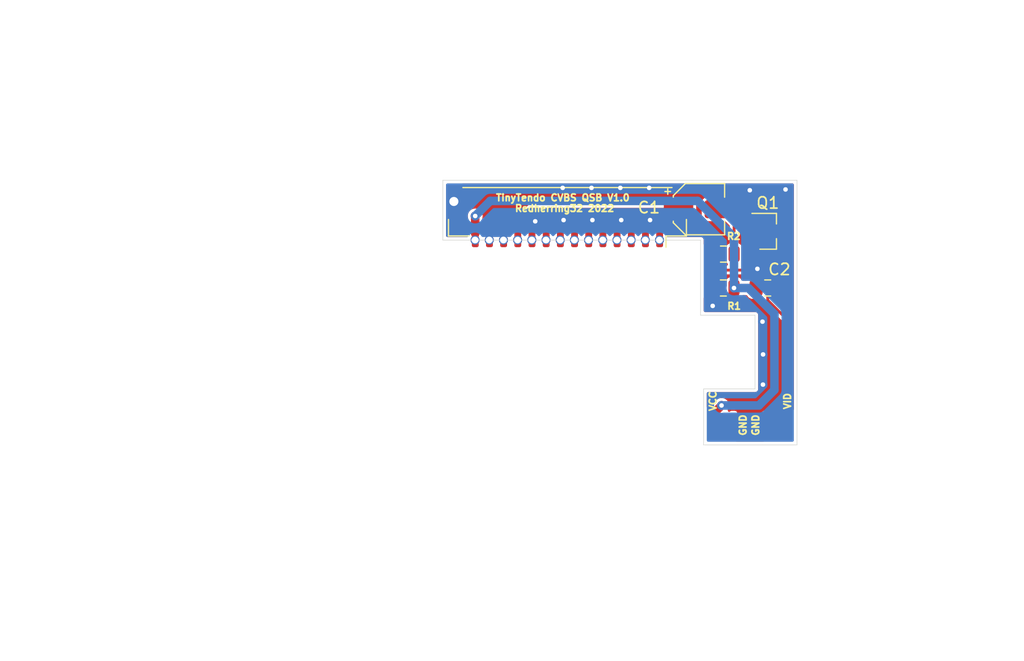
<source format=kicad_pcb>
(kicad_pcb (version 20171130) (host pcbnew "(5.1.10)-1")

  (general
    (thickness 0.6)
    (drawings 19)
    (tracks 74)
    (zones 0)
    (modules 10)
    (nets 17)
  )

  (page A4)
  (layers
    (0 F.Cu signal)
    (31 B.Cu signal)
    (32 B.Adhes user)
    (33 F.Adhes user)
    (34 B.Paste user)
    (35 F.Paste user)
    (36 B.SilkS user)
    (37 F.SilkS user)
    (38 B.Mask user)
    (39 F.Mask user)
    (40 Dwgs.User user)
    (41 Cmts.User user)
    (42 Eco1.User user)
    (43 Eco2.User user)
    (44 Edge.Cuts user)
    (45 Margin user)
    (46 B.CrtYd user)
    (47 F.CrtYd user)
    (48 B.Fab user)
    (49 F.Fab user hide)
  )

  (setup
    (last_trace_width 0.25)
    (user_trace_width 0.75)
    (trace_clearance 0.2)
    (zone_clearance 0.254)
    (zone_45_only no)
    (trace_min 0.2)
    (via_size 0.8)
    (via_drill 0.4)
    (via_min_size 0.4)
    (via_min_drill 0.3)
    (uvia_size 0.3)
    (uvia_drill 0.1)
    (uvias_allowed no)
    (uvia_min_size 0.2)
    (uvia_min_drill 0.1)
    (edge_width 0.05)
    (segment_width 0.2)
    (pcb_text_width 0.3)
    (pcb_text_size 1.5 1.5)
    (mod_edge_width 0.12)
    (mod_text_size 1 1)
    (mod_text_width 0.15)
    (pad_size 1 2.7)
    (pad_drill 0)
    (pad_to_mask_clearance 0)
    (aux_axis_origin 0 0)
    (visible_elements 7FFFFFFF)
    (pcbplotparams
      (layerselection 0x010fc_ffffffff)
      (usegerberextensions false)
      (usegerberattributes false)
      (usegerberadvancedattributes false)
      (creategerberjobfile false)
      (excludeedgelayer true)
      (linewidth 0.100000)
      (plotframeref false)
      (viasonmask false)
      (mode 1)
      (useauxorigin false)
      (hpglpennumber 1)
      (hpglpenspeed 20)
      (hpglpendiameter 15.000000)
      (psnegative false)
      (psa4output false)
      (plotreference true)
      (plotvalue true)
      (plotinvisibletext false)
      (padsonsilk false)
      (subtractmaskfromsilk false)
      (outputformat 1)
      (mirror false)
      (drillshape 0)
      (scaleselection 1)
      (outputdirectory "C:/Users/Redherring32/Documents/TinyTendo.git/trunk/Extract for gerbers/Composite Amp/"))
  )

  (net 0 "")
  (net 1 /GND)
  (net 2 /5V)
  (net 3 /VIDEO-IN)
  (net 4 "Net-(J1-Pad10)")
  (net 5 "Net-(J1-Pad9)")
  (net 6 "Net-(J1-Pad8)")
  (net 7 "Net-(J1-Pad7)")
  (net 8 "Net-(J1-Pad6)")
  (net 9 "Net-(J1-Pad5)")
  (net 10 /VIDEO-OUT)
  (net 11 "Net-(J1-Pad4)")
  (net 12 "Net-(J1-Pad3)")
  (net 13 "Net-(J1-Pad2)")
  (net 14 "Net-(J1-Pad1)")
  (net 15 "Net-(Q1-Pad2)")
  (net 16 "Net-(C1-Pad2)")

  (net_class Default "This is the default net class."
    (clearance 0.2)
    (trace_width 0.25)
    (via_dia 0.8)
    (via_drill 0.4)
    (uvia_dia 0.3)
    (uvia_drill 0.1)
    (add_net /5V)
    (add_net /GND)
    (add_net /VIDEO-IN)
    (add_net /VIDEO-OUT)
    (add_net "Net-(C1-Pad2)")
    (add_net "Net-(J1-Pad1)")
    (add_net "Net-(J1-Pad10)")
    (add_net "Net-(J1-Pad2)")
    (add_net "Net-(J1-Pad3)")
    (add_net "Net-(J1-Pad4)")
    (add_net "Net-(J1-Pad5)")
    (add_net "Net-(J1-Pad6)")
    (add_net "Net-(J1-Pad7)")
    (add_net "Net-(J1-Pad8)")
    (add_net "Net-(J1-Pad9)")
    (add_net "Net-(Q1-Pad2)")
  )

  (module Capacitor_SMD:C_0805_2012Metric_Pad1.15x1.40mm_HandSolder (layer F.Cu) (tedit 5B36C52B) (tstamp 6292DF49)
    (at 85.25 72.73)
    (descr "Capacitor SMD 0805 (2012 Metric), square (rectangular) end terminal, IPC_7351 nominal with elongated pad for handsoldering. (Body size source: https://docs.google.com/spreadsheets/d/1BsfQQcO9C6DZCsRaXUlFlo91Tg2WpOkGARC1WS5S8t0/edit?usp=sharing), generated with kicad-footprint-generator")
    (tags "capacitor handsolder")
    (path /62935BB3)
    (attr smd)
    (fp_text reference C2 (at 1.03 -1.64) (layer F.SilkS)
      (effects (font (size 1 1) (thickness 0.15)))
    )
    (fp_text value 22uF (at 0 1.65) (layer F.Fab)
      (effects (font (size 1 1) (thickness 0.15)))
    )
    (fp_line (start 1.85 0.95) (end -1.85 0.95) (layer F.CrtYd) (width 0.05))
    (fp_line (start 1.85 -0.95) (end 1.85 0.95) (layer F.CrtYd) (width 0.05))
    (fp_line (start -1.85 -0.95) (end 1.85 -0.95) (layer F.CrtYd) (width 0.05))
    (fp_line (start -1.85 0.95) (end -1.85 -0.95) (layer F.CrtYd) (width 0.05))
    (fp_line (start -0.261252 0.71) (end 0.261252 0.71) (layer F.SilkS) (width 0.12))
    (fp_line (start -0.261252 -0.71) (end 0.261252 -0.71) (layer F.SilkS) (width 0.12))
    (fp_line (start 1 0.6) (end -1 0.6) (layer F.Fab) (width 0.1))
    (fp_line (start 1 -0.6) (end 1 0.6) (layer F.Fab) (width 0.1))
    (fp_line (start -1 -0.6) (end 1 -0.6) (layer F.Fab) (width 0.1))
    (fp_line (start -1 0.6) (end -1 -0.6) (layer F.Fab) (width 0.1))
    (fp_text user %R (at 0 0) (layer F.Fab)
      (effects (font (size 0.5 0.5) (thickness 0.08)))
    )
    (pad 2 smd roundrect (at 1.025 0) (size 1.15 1.4) (layers F.Cu F.Paste F.Mask) (roundrect_rratio 0.2173904347826087)
      (net 1 /GND))
    (pad 1 smd roundrect (at -1.025 0) (size 1.15 1.4) (layers F.Cu F.Paste F.Mask) (roundrect_rratio 0.2173904347826087)
      (net 2 /5V))
    (model ${KISYS3DMOD}/Capacitor_SMD.3dshapes/C_0805_2012Metric.wrl
      (at (xyz 0 0 0))
      (scale (xyz 1 1 1))
      (rotate (xyz 0 0 0))
    )
  )

  (module Package_TO_SOT_SMD:SOT-23 (layer F.Cu) (tedit 5A02FF57) (tstamp 6292D6C4)
    (at 85.26 67.73)
    (descr "SOT-23, Standard")
    (tags SOT-23)
    (path /6022F5A4)
    (attr smd)
    (fp_text reference Q1 (at 0 -2.5) (layer F.SilkS)
      (effects (font (size 1 1) (thickness 0.15)))
    )
    (fp_text value MMBT3906 (at 0 2.5) (layer F.Fab)
      (effects (font (size 1 1) (thickness 0.15)))
    )
    (fp_line (start 0.76 1.58) (end -0.7 1.58) (layer F.SilkS) (width 0.12))
    (fp_line (start 0.76 -1.58) (end -1.4 -1.58) (layer F.SilkS) (width 0.12))
    (fp_line (start -1.7 1.75) (end -1.7 -1.75) (layer F.CrtYd) (width 0.05))
    (fp_line (start 1.7 1.75) (end -1.7 1.75) (layer F.CrtYd) (width 0.05))
    (fp_line (start 1.7 -1.75) (end 1.7 1.75) (layer F.CrtYd) (width 0.05))
    (fp_line (start -1.7 -1.75) (end 1.7 -1.75) (layer F.CrtYd) (width 0.05))
    (fp_line (start 0.76 -1.58) (end 0.76 -0.65) (layer F.SilkS) (width 0.12))
    (fp_line (start 0.76 1.58) (end 0.76 0.65) (layer F.SilkS) (width 0.12))
    (fp_line (start -0.7 1.52) (end 0.7 1.52) (layer F.Fab) (width 0.1))
    (fp_line (start 0.7 -1.52) (end 0.7 1.52) (layer F.Fab) (width 0.1))
    (fp_line (start -0.7 -0.95) (end -0.15 -1.52) (layer F.Fab) (width 0.1))
    (fp_line (start -0.15 -1.52) (end 0.7 -1.52) (layer F.Fab) (width 0.1))
    (fp_line (start -0.7 -0.95) (end -0.7 1.5) (layer F.Fab) (width 0.1))
    (fp_text user %R (at 0 0 90) (layer F.Fab)
      (effects (font (size 0.5 0.5) (thickness 0.075)))
    )
    (pad 3 smd rect (at 1 0) (size 0.9 0.8) (layers F.Cu F.Paste F.Mask)
      (net 1 /GND))
    (pad 2 smd rect (at -1 0.95) (size 0.9 0.8) (layers F.Cu F.Paste F.Mask)
      (net 15 "Net-(Q1-Pad2)"))
    (pad 1 smd rect (at -1 -0.95) (size 0.9 0.8) (layers F.Cu F.Paste F.Mask)
      (net 3 /VIDEO-IN))
    (model ${KISYS3DMOD}/Package_TO_SOT_SMD.3dshapes/SOT-23.wrl
      (at (xyz 0 0 0))
      (scale (xyz 1 1 1))
      (rotate (xyz 0 0 0))
    )
  )

  (module Capacitor_SMD:CP_Elec_4x4.5 (layer F.Cu) (tedit 5BCA39CF) (tstamp 6275D37F)
    (at 79.19 65.78)
    (descr "SMD capacitor, aluminum electrolytic, Nichicon, 4.0x4.5mm")
    (tags "capacitor electrolytic")
    (path /6021CE25)
    (attr smd)
    (fp_text reference C1 (at -4.41 -0.14) (layer F.SilkS)
      (effects (font (size 1 1) (thickness 0.15)))
    )
    (fp_text value 100uF (at 0 3.2) (layer F.Fab)
      (effects (font (size 1 1) (thickness 0.15)))
    )
    (fp_circle (center 0 0) (end 2 0) (layer F.Fab) (width 0.1))
    (fp_line (start 2.15 -2.15) (end 2.15 2.15) (layer F.Fab) (width 0.1))
    (fp_line (start -1.15 -2.15) (end 2.15 -2.15) (layer F.Fab) (width 0.1))
    (fp_line (start -1.15 2.15) (end 2.15 2.15) (layer F.Fab) (width 0.1))
    (fp_line (start -2.15 -1.15) (end -2.15 1.15) (layer F.Fab) (width 0.1))
    (fp_line (start -2.15 -1.15) (end -1.15 -2.15) (layer F.Fab) (width 0.1))
    (fp_line (start -2.15 1.15) (end -1.15 2.15) (layer F.Fab) (width 0.1))
    (fp_line (start -1.574773 -1) (end -1.174773 -1) (layer F.Fab) (width 0.1))
    (fp_line (start -1.374773 -1.2) (end -1.374773 -0.8) (layer F.Fab) (width 0.1))
    (fp_line (start 2.26 2.26) (end 2.26 1.06) (layer F.SilkS) (width 0.12))
    (fp_line (start 2.26 -2.26) (end 2.26 -1.06) (layer F.SilkS) (width 0.12))
    (fp_line (start -1.195563 -2.26) (end 2.26 -2.26) (layer F.SilkS) (width 0.12))
    (fp_line (start -1.195563 2.26) (end 2.26 2.26) (layer F.SilkS) (width 0.12))
    (fp_line (start -2.26 1.195563) (end -2.26 1.06) (layer F.SilkS) (width 0.12))
    (fp_line (start -2.26 -1.195563) (end -2.26 -1.06) (layer F.SilkS) (width 0.12))
    (fp_line (start -2.26 -1.195563) (end -1.195563 -2.26) (layer F.SilkS) (width 0.12))
    (fp_line (start -2.26 1.195563) (end -1.195563 2.26) (layer F.SilkS) (width 0.12))
    (fp_line (start -3 -1.56) (end -2.5 -1.56) (layer F.SilkS) (width 0.12))
    (fp_line (start -2.75 -1.81) (end -2.75 -1.31) (layer F.SilkS) (width 0.12))
    (fp_line (start 2.4 -2.4) (end 2.4 -1.05) (layer F.CrtYd) (width 0.05))
    (fp_line (start 2.4 -1.05) (end 3.35 -1.05) (layer F.CrtYd) (width 0.05))
    (fp_line (start 3.35 -1.05) (end 3.35 1.05) (layer F.CrtYd) (width 0.05))
    (fp_line (start 3.35 1.05) (end 2.4 1.05) (layer F.CrtYd) (width 0.05))
    (fp_line (start 2.4 1.05) (end 2.4 2.4) (layer F.CrtYd) (width 0.05))
    (fp_line (start -1.25 2.4) (end 2.4 2.4) (layer F.CrtYd) (width 0.05))
    (fp_line (start -1.25 -2.4) (end 2.4 -2.4) (layer F.CrtYd) (width 0.05))
    (fp_line (start -2.4 1.25) (end -1.25 2.4) (layer F.CrtYd) (width 0.05))
    (fp_line (start -2.4 -1.25) (end -1.25 -2.4) (layer F.CrtYd) (width 0.05))
    (fp_line (start -2.4 -1.25) (end -2.4 -1.05) (layer F.CrtYd) (width 0.05))
    (fp_line (start -2.4 1.05) (end -2.4 1.25) (layer F.CrtYd) (width 0.05))
    (fp_line (start -2.4 -1.05) (end -3.35 -1.05) (layer F.CrtYd) (width 0.05))
    (fp_line (start -3.35 -1.05) (end -3.35 1.05) (layer F.CrtYd) (width 0.05))
    (fp_line (start -3.35 1.05) (end -2.4 1.05) (layer F.CrtYd) (width 0.05))
    (fp_text user %R (at 0 0) (layer F.Fab)
      (effects (font (size 0.8 0.8) (thickness 0.12)))
    )
    (pad 2 smd roundrect (at 1.8 0) (size 2.6 1.6) (layers F.Cu F.Paste F.Mask) (roundrect_rratio 0.15625)
      (net 16 "Net-(C1-Pad2)"))
    (pad 1 smd roundrect (at -1.8 0) (size 2.6 1.6) (layers F.Cu F.Paste F.Mask) (roundrect_rratio 0.15625)
      (net 10 /VIDEO-OUT))
    (model ${KISYS3DMOD}/Capacitor_SMD.3dshapes/CP_Elec_4x4.5.wrl
      (at (xyz 0 0 0))
      (scale (xyz 1 1 1))
      (rotate (xyz 0 0 0))
    )
  )

  (module Connector_JST:JST_GH_SM14B-GHS-TB_1x14-1MP_P1.25mm_Horizontal (layer F.Cu) (tedit 62757B29) (tstamp 6142A7BD)
    (at 67.6 66.43 180)
    (descr "JST GH series connector, SM14B-GHS-TB (http://www.jst-mfg.com/product/pdf/eng/eGH.pdf), generated with kicad-footprint-generator")
    (tags "connector JST GH top entry")
    (path /614475F0)
    (attr smd)
    (fp_text reference J1 (at 0.01 0.73 180) (layer F.Fab)
      (effects (font (size 1 1) (thickness 0.15)))
    )
    (fp_text value Conn_01x14_Female (at 0 3.9 180) (layer F.Fab)
      (effects (font (size 1 1) (thickness 0.15)))
    )
    (fp_line (start -8.125 -0.892893) (end -7.625 -1.6) (layer F.Fab) (width 0.1))
    (fp_line (start -8.625 -1.6) (end -8.125 -0.892893) (layer F.Fab) (width 0.1))
    (fp_line (start 10.98 -3.2) (end -10.98 -3.2) (layer F.CrtYd) (width 0.05))
    (fp_line (start 10.98 3.2) (end 10.98 -3.2) (layer F.CrtYd) (width 0.05))
    (fp_line (start -10.98 3.2) (end 10.98 3.2) (layer F.CrtYd) (width 0.05))
    (fp_line (start -10.98 -3.2) (end -10.98 3.2) (layer F.CrtYd) (width 0.05))
    (fp_line (start 10.375 -1.6) (end 10.375 2.45) (layer F.Fab) (width 0.1))
    (fp_line (start -10.375 -1.6) (end -10.375 2.45) (layer F.Fab) (width 0.1))
    (fp_line (start -10.375 2.45) (end 10.375 2.45) (layer F.Fab) (width 0.1))
    (fp_line (start -9.215 2.56) (end 9.215 2.56) (layer F.SilkS) (width 0.12))
    (fp_line (start 10.485 -1.71) (end 8.685 -1.71) (layer F.SilkS) (width 0.12))
    (fp_line (start 10.485 -0.26) (end 10.485 -1.71) (layer F.SilkS) (width 0.12))
    (fp_line (start -8.685 -1.71) (end -8.685 -2.7) (layer F.SilkS) (width 0.12))
    (fp_line (start -10.485 -1.71) (end -8.685 -1.71) (layer F.SilkS) (width 0.12))
    (fp_line (start -10.485 -0.26) (end -10.485 -1.71) (layer F.SilkS) (width 0.12))
    (fp_line (start -10.375 -1.6) (end 10.375 -1.6) (layer F.Fab) (width 0.1))
    (fp_text user %R (at 0 0 180) (layer F.Fab)
      (effects (font (size 1 1) (thickness 0.15)))
    )
    (pad MP smd roundrect (at 9.975 1.35 180) (size 1 2.7) (layers F.Cu F.Paste F.Mask) (roundrect_rratio 0.25))
    (pad 14 smd roundrect (at 8.125 -1.85 180) (size 0.6 1.7) (layers F.Cu F.Paste F.Mask) (roundrect_rratio 0.25)
      (net 2 /5V))
    (pad 13 smd roundrect (at 6.875 -1.85 180) (size 0.6 1.7) (layers F.Cu F.Paste F.Mask) (roundrect_rratio 0.25)
      (net 1 /GND))
    (pad 12 smd roundrect (at 5.625 -1.85 180) (size 0.6 1.7) (layers F.Cu F.Paste F.Mask) (roundrect_rratio 0.25)
      (net 1 /GND))
    (pad 11 smd roundrect (at 4.375 -1.85 180) (size 0.6 1.7) (layers F.Cu F.Paste F.Mask) (roundrect_rratio 0.25)
      (net 10 /VIDEO-OUT))
    (pad 10 smd roundrect (at 3.125 -1.85 180) (size 0.6 1.7) (layers F.Cu F.Paste F.Mask) (roundrect_rratio 0.25)
      (net 4 "Net-(J1-Pad10)"))
    (pad 9 smd roundrect (at 1.875 -1.85 180) (size 0.6 1.7) (layers F.Cu F.Paste F.Mask) (roundrect_rratio 0.25)
      (net 5 "Net-(J1-Pad9)"))
    (pad 8 smd roundrect (at 0.625 -1.85 180) (size 0.6 1.7) (layers F.Cu F.Paste F.Mask) (roundrect_rratio 0.25)
      (net 6 "Net-(J1-Pad8)"))
    (pad 7 smd roundrect (at -0.625 -1.85 180) (size 0.6 1.7) (layers F.Cu F.Paste F.Mask) (roundrect_rratio 0.25)
      (net 7 "Net-(J1-Pad7)"))
    (pad 6 smd roundrect (at -1.875 -1.85 180) (size 0.6 1.7) (layers F.Cu F.Paste F.Mask) (roundrect_rratio 0.25)
      (net 8 "Net-(J1-Pad6)"))
    (pad 5 smd roundrect (at -3.125 -1.85 180) (size 0.6 1.7) (layers F.Cu F.Paste F.Mask) (roundrect_rratio 0.25)
      (net 9 "Net-(J1-Pad5)"))
    (pad 4 smd roundrect (at -4.375 -1.85 180) (size 0.6 1.7) (layers F.Cu F.Paste F.Mask) (roundrect_rratio 0.25)
      (net 11 "Net-(J1-Pad4)"))
    (pad 3 smd roundrect (at -5.625 -1.85 180) (size 0.6 1.7) (layers F.Cu F.Paste F.Mask) (roundrect_rratio 0.25)
      (net 12 "Net-(J1-Pad3)"))
    (pad 2 smd roundrect (at -6.875 -1.85 180) (size 0.6 1.7) (layers F.Cu F.Paste F.Mask) (roundrect_rratio 0.25)
      (net 13 "Net-(J1-Pad2)"))
    (pad 1 smd roundrect (at -8.125 -1.85 180) (size 0.6 1.7) (layers F.Cu F.Paste F.Mask) (roundrect_rratio 0.25)
      (net 14 "Net-(J1-Pad1)"))
  )

  (module TinyTendo:SolderPad (layer F.Cu) (tedit 604C5499) (tstamp 6142AD00)
    (at 85.48 84.8 180)
    (path /6142B86A)
    (fp_text reference GND1 (at 1.29 0.01 90) (layer F.Fab)
      (effects (font (size 0.6 0.6) (thickness 0.15)))
    )
    (fp_text value TestPoint (at 0 -0.5) (layer F.Fab)
      (effects (font (size 1 1) (thickness 0.15)))
    )
    (pad 1 smd rect (at 0 0 180) (size 1 2) (layers F.Cu F.Paste F.Mask)
      (net 1 /GND))
  )

  (module TinyTendo:SolderPad (layer F.Cu) (tedit 604C5499) (tstamp 6142ACFB)
    (at 86.89 84.79 180)
    (path /61444DBD)
    (fp_text reference VID1 (at -0.1 1.95 90) (layer F.Fab)
      (effects (font (size 0.6 0.6) (thickness 0.15)))
    )
    (fp_text value TestPoint (at 0 -0.5) (layer F.Fab)
      (effects (font (size 1 1) (thickness 0.15)))
    )
    (pad 1 smd rect (at 0 0 180) (size 1 2) (layers F.Cu F.Paste F.Mask)
      (net 3 /VIDEO-IN))
  )

  (module TinyTendo:SolderPad (layer F.Cu) (tedit 604C5499) (tstamp 6142ACF6)
    (at 81.83 84.82 180)
    (path /6144479E)
    (fp_text reference GND2 (at -1.24 0.05 90) (layer F.Fab)
      (effects (font (size 0.6 0.6) (thickness 0.15)))
    )
    (fp_text value TestPoint (at 0 -0.5) (layer F.Fab)
      (effects (font (size 1 1) (thickness 0.15)))
    )
    (pad 1 smd rect (at 0 0 180) (size 1 2) (layers F.Cu F.Paste F.Mask)
      (net 1 /GND))
  )

  (module TinyTendo:SolderPad (layer F.Cu) (tedit 604C5499) (tstamp 6142ACF1)
    (at 80.41 84.83 180)
    (path /61444261)
    (fp_text reference VCC1 (at 0 2.12 90) (layer F.Fab)
      (effects (font (size 0.6 0.6) (thickness 0.15)))
    )
    (fp_text value TestPoint (at 0 -0.5) (layer F.Fab)
      (effects (font (size 1 1) (thickness 0.15)))
    )
    (pad 1 smd rect (at 0 0 180) (size 1 2) (layers F.Cu F.Paste F.Mask)
      (net 2 /5V))
  )

  (module Resistor_SMD:R_0805_2012Metric (layer F.Cu) (tedit 5B36C52B) (tstamp 6142A299)
    (at 81.35 69.74 180)
    (descr "Resistor SMD 0805 (2012 Metric), square (rectangular) end terminal, IPC_7351 nominal, (Body size source: https://docs.google.com/spreadsheets/d/1BsfQQcO9C6DZCsRaXUlFlo91Tg2WpOkGARC1WS5S8t0/edit?usp=sharing), generated with kicad-footprint-generator")
    (tags resistor)
    (path /6021FB84)
    (attr smd)
    (fp_text reference R2 (at -0.91 1.57) (layer F.SilkS)
      (effects (font (size 0.6 0.6) (thickness 0.15)))
    )
    (fp_text value 110R (at 0 1.65) (layer F.Fab)
      (effects (font (size 1 1) (thickness 0.15)))
    )
    (fp_line (start 1.68 0.95) (end -1.68 0.95) (layer F.CrtYd) (width 0.05))
    (fp_line (start 1.68 -0.95) (end 1.68 0.95) (layer F.CrtYd) (width 0.05))
    (fp_line (start -1.68 -0.95) (end 1.68 -0.95) (layer F.CrtYd) (width 0.05))
    (fp_line (start -1.68 0.95) (end -1.68 -0.95) (layer F.CrtYd) (width 0.05))
    (fp_line (start -0.258578 0.71) (end 0.258578 0.71) (layer F.SilkS) (width 0.12))
    (fp_line (start -0.258578 -0.71) (end 0.258578 -0.71) (layer F.SilkS) (width 0.12))
    (fp_line (start 1 0.6) (end -1 0.6) (layer F.Fab) (width 0.1))
    (fp_line (start 1 -0.6) (end 1 0.6) (layer F.Fab) (width 0.1))
    (fp_line (start -1 -0.6) (end 1 -0.6) (layer F.Fab) (width 0.1))
    (fp_line (start -1 0.6) (end -1 -0.6) (layer F.Fab) (width 0.1))
    (fp_text user %R (at 0 0) (layer F.Fab)
      (effects (font (size 0.5 0.5) (thickness 0.08)))
    )
    (pad 2 smd roundrect (at 0.9375 0 180) (size 0.975 1.4) (layers F.Cu F.Paste F.Mask) (roundrect_rratio 0.25)
      (net 15 "Net-(Q1-Pad2)"))
    (pad 1 smd roundrect (at -0.9375 0 180) (size 0.975 1.4) (layers F.Cu F.Paste F.Mask) (roundrect_rratio 0.25)
      (net 16 "Net-(C1-Pad2)"))
    (model ${KISYS3DMOD}/Resistor_SMD.3dshapes/R_0805_2012Metric.wrl
      (at (xyz 0 0 0))
      (scale (xyz 1 1 1))
      (rotate (xyz 0 0 0))
    )
  )

  (module Resistor_SMD:R_0805_2012Metric (layer F.Cu) (tedit 5B36C52B) (tstamp 6142A288)
    (at 81.34 72.73 180)
    (descr "Resistor SMD 0805 (2012 Metric), square (rectangular) end terminal, IPC_7351 nominal, (Body size source: https://docs.google.com/spreadsheets/d/1BsfQQcO9C6DZCsRaXUlFlo91Tg2WpOkGARC1WS5S8t0/edit?usp=sharing), generated with kicad-footprint-generator")
    (tags resistor)
    (path /60224C90)
    (attr smd)
    (fp_text reference R1 (at -0.95 -1.6) (layer F.SilkS)
      (effects (font (size 0.6 0.6) (thickness 0.15)))
    )
    (fp_text value 300R (at 0 1.65) (layer F.Fab)
      (effects (font (size 1 1) (thickness 0.15)))
    )
    (fp_line (start 1.68 0.95) (end -1.68 0.95) (layer F.CrtYd) (width 0.05))
    (fp_line (start 1.68 -0.95) (end 1.68 0.95) (layer F.CrtYd) (width 0.05))
    (fp_line (start -1.68 -0.95) (end 1.68 -0.95) (layer F.CrtYd) (width 0.05))
    (fp_line (start -1.68 0.95) (end -1.68 -0.95) (layer F.CrtYd) (width 0.05))
    (fp_line (start -0.258578 0.71) (end 0.258578 0.71) (layer F.SilkS) (width 0.12))
    (fp_line (start -0.258578 -0.71) (end 0.258578 -0.71) (layer F.SilkS) (width 0.12))
    (fp_line (start 1 0.6) (end -1 0.6) (layer F.Fab) (width 0.1))
    (fp_line (start 1 -0.6) (end 1 0.6) (layer F.Fab) (width 0.1))
    (fp_line (start -1 -0.6) (end 1 -0.6) (layer F.Fab) (width 0.1))
    (fp_line (start -1 0.6) (end -1 -0.6) (layer F.Fab) (width 0.1))
    (fp_text user %R (at 0 0) (layer F.Fab)
      (effects (font (size 0.5 0.5) (thickness 0.08)))
    )
    (pad 2 smd roundrect (at 0.9375 0 180) (size 0.975 1.4) (layers F.Cu F.Paste F.Mask) (roundrect_rratio 0.25)
      (net 15 "Net-(Q1-Pad2)"))
    (pad 1 smd roundrect (at -0.9375 0 180) (size 0.975 1.4) (layers F.Cu F.Paste F.Mask) (roundrect_rratio 0.25)
      (net 2 /5V))
    (model ${KISYS3DMOD}/Resistor_SMD.3dshapes/R_0805_2012Metric.wrl
      (at (xyz 0 0 0))
      (scale (xyz 1 1 1))
      (rotate (xyz 0 0 0))
    )
  )

  (gr_text VID (at 86.99 82.71 90) (layer F.SilkS) (tstamp 6292E61D)
    (effects (font (size 0.6 0.6) (thickness 0.15)))
  )
  (gr_text "VCC\n" (at 80.42 82.71 90) (layer F.SilkS) (tstamp 6292E619)
    (effects (font (size 0.6 0.6) (thickness 0.15)))
  )
  (gr_text GND (at 84.19 84.82 90) (layer F.SilkS) (tstamp 6292E617)
    (effects (font (size 0.6 0.6) (thickness 0.15)))
  )
  (gr_text GND (at 83.07 84.82 90) (layer F.SilkS)
    (effects (font (size 0.6 0.6) (thickness 0.15)))
  )
  (gr_text "Redherring32 2022" (at 67.35 65.71) (layer F.SilkS)
    (effects (font (size 0.6 0.6) (thickness 0.15)))
  )
  (gr_text "TinyTendo CVBS QSB V1.0\n" (at 67.19 64.77) (layer F.SilkS)
    (effects (font (size 0.6 0.6) (thickness 0.15)))
  )
  (gr_line (start 79.6 86.57) (end 87.83 86.57) (layer Edge.Cuts) (width 0.05))
  (gr_line (start 84.13 81.63) (end 79.6 81.63) (layer Edge.Cuts) (width 0.05))
  (gr_line (start 79.6 81.63) (end 79.6 86.57) (layer Edge.Cuts) (width 0.05))
  (gr_line (start 87.83 63.23) (end 87.83 86.57) (layer Edge.Cuts) (width 0.05))
  (gr_line (start 84.13 75.13) (end 84.13 81.63) (layer Edge.Cuts) (width 0.05))
  (gr_poly (pts (xy 76.17 69.57) (xy 76.05 68.14) (xy 58.91 68.15) (xy 58.96 69.49)) (layer B.Mask) (width 0.1) (tstamp 6142F86A))
  (gr_poly (pts (xy 58.96 69.61) (xy 58.97 67.51) (xy 76.17 67.56) (xy 76.17 69.53)) (layer F.Mask) (width 0.1))
  (gr_line (start 79.33 75.13) (end 84.13 75.13) (layer Edge.Cuts) (width 0.05))
  (gr_line (start 79.33 68.51) (end 79.33 75.13) (layer Edge.Cuts) (width 0.05))
  (gr_line (start 56.62 68.51) (end 79.33 68.51) (layer Edge.Cuts) (width 0.05))
  (gr_line (start 56.62 63.23) (end 56.62 68.51) (layer Edge.Cuts) (width 0.05))
  (gr_line (start 78.58 63.23) (end 56.62 63.23) (layer Edge.Cuts) (width 0.05))
  (gr_line (start 78.58 63.23) (end 87.83 63.23) (layer Edge.Cuts) (width 0.05))

  (via (at 57.59 65.1) (size 1) (drill 0.8) (layers F.Cu B.Cu) (net 1))
  (via (at 60.71 68.5) (size 0.8) (drill 0.6) (layers F.Cu B.Cu) (net 1) (tstamp 6142D2C2))
  (via (at 61.96 68.5) (size 0.8) (drill 0.6) (layers F.Cu B.Cu) (net 1) (tstamp 6142D2C4))
  (via (at 67.18 63.9) (size 0.8) (drill 0.4) (layers F.Cu B.Cu) (net 1) (tstamp 6142E8E8))
  (via (at 69.72 63.9) (size 0.8) (drill 0.4) (layers F.Cu B.Cu) (net 1) (tstamp 6142E924))
  (via (at 69.8 66.74) (size 0.8) (drill 0.4) (layers F.Cu B.Cu) (net 1) (tstamp 6142E926))
  (via (at 72.26 63.9) (size 0.8) (drill 0.4) (layers F.Cu B.Cu) (net 1) (tstamp 6142E960))
  (via (at 72.34 66.74) (size 0.8) (drill 0.4) (layers F.Cu B.Cu) (net 1) (tstamp 6142E962))
  (via (at 74.88 66.74) (size 0.8) (drill 0.4) (layers F.Cu B.Cu) (net 1) (tstamp 6142E99E))
  (via (at 67.26 66.74) (size 0.8) (drill 0.4) (layers F.Cu B.Cu) (net 1) (tstamp 6142E8EA))
  (via (at 64.76 66.85) (size 0.8) (drill 0.4) (layers F.Cu B.Cu) (net 1) (tstamp 6142E8AE))
  (via (at 74.8 63.9) (size 0.8) (drill 0.4) (layers F.Cu B.Cu) (net 1) (tstamp 6142E99C))
  (via (at 83.67 64.11) (size 0.8) (drill 0.4) (layers F.Cu B.Cu) (net 1))
  (via (at 86.82 64.04) (size 0.8) (drill 0.4) (layers F.Cu B.Cu) (net 1))
  (via (at 80.4 74.31) (size 0.8) (drill 0.4) (layers F.Cu B.Cu) (net 1))
  (segment (start 61.975 67.42859) (end 61.975 68.15999) (width 0.25) (layer F.Cu) (net 1))
  (segment (start 65.50359 63.9) (end 61.975 67.42859) (width 0.25) (layer F.Cu) (net 1))
  (segment (start 67.18 63.9) (end 65.50359 63.9) (width 0.25) (layer F.Cu) (net 1))
  (segment (start 60.725 66.561998) (end 60.725 68.15999) (width 0.25) (layer F.Cu) (net 1))
  (segment (start 59.263002 65.1) (end 60.725 66.561998) (width 0.25) (layer F.Cu) (net 1))
  (segment (start 57.59 65.1) (end 59.263002 65.1) (width 0.25) (layer F.Cu) (net 1))
  (via (at 84.79 75.7) (size 0.8) (drill 0.4) (layers F.Cu B.Cu) (net 1))
  (via (at 84.84 78.59) (size 0.8) (drill 0.4) (layers F.Cu B.Cu) (net 1))
  (via (at 84.83 81.25) (size 0.8) (drill 0.4) (layers F.Cu B.Cu) (net 1))
  (via (at 84.34 71.04) (size 0.8) (drill 0.4) (layers F.Cu B.Cu) (net 1))
  (via (at 59.46 68.5) (size 0.8) (drill 0.6) (layers F.Cu B.Cu) (net 2))
  (segment (start 59.47 66.945685) (end 59.47 66.38) (width 0.75) (layer F.Cu) (net 2))
  (segment (start 59.475 67.90999) (end 59.47 67.90499) (width 0.75) (layer F.Cu) (net 2))
  (segment (start 59.47 67.90499) (end 59.47 66.945685) (width 0.75) (layer F.Cu) (net 2))
  (via (at 59.47 66.38) (size 0.8) (drill 0.4) (layers F.Cu B.Cu) (net 2))
  (via (at 81.18 83.09) (size 0.8) (drill 0.4) (layers F.Cu B.Cu) (net 2))
  (segment (start 80.41 84.83) (end 80.41 83.86) (width 0.75) (layer F.Cu) (net 2))
  (segment (start 80.41 83.86) (end 81.18 83.09) (width 0.75) (layer F.Cu) (net 2))
  (segment (start 85.84 81.72) (end 84.47 83.09) (width 0.75) (layer B.Cu) (net 2))
  (segment (start 85.84 75.024297) (end 85.84 81.72) (width 0.75) (layer B.Cu) (net 2))
  (segment (start 84.47 83.09) (end 81.18 83.09) (width 0.75) (layer B.Cu) (net 2))
  (via (at 82.2775 72.73) (size 0.8) (drill 0.4) (layers F.Cu B.Cu) (net 2))
  (segment (start 83.545703 72.73) (end 82.2775 72.73) (width 0.75) (layer B.Cu) (net 2))
  (segment (start 85.84 75.024297) (end 83.545703 72.73) (width 0.75) (layer B.Cu) (net 2))
  (segment (start 60.8 65.05) (end 59.47 66.38) (width 0.75) (layer B.Cu) (net 2))
  (segment (start 79.07 65.05) (end 60.8 65.05) (width 0.75) (layer B.Cu) (net 2))
  (segment (start 82.2775 68.2575) (end 79.07 65.05) (width 0.75) (layer B.Cu) (net 2))
  (segment (start 82.2775 72.73) (end 82.2775 68.2575) (width 0.75) (layer B.Cu) (net 2))
  (segment (start 84.225 72.73) (end 82.2775 72.73) (width 0.75) (layer F.Cu) (net 2))
  (segment (start 85.25 67.79) (end 84.25 66.79) (width 0.25) (layer F.Cu) (net 3))
  (segment (start 85.25 73.81) (end 85.25 67.79) (width 0.25) (layer F.Cu) (net 3))
  (segment (start 86.91 75.47) (end 85.25 73.81) (width 0.25) (layer F.Cu) (net 3))
  (segment (start 86.91 84.77) (end 86.91 75.47) (width 0.25) (layer F.Cu) (net 3))
  (segment (start 86.89 84.79) (end 86.91 84.77) (width 0.25) (layer F.Cu) (net 3))
  (via (at 64.46 68.5) (size 0.8) (drill 0.6) (layers F.Cu B.Cu) (net 4) (tstamp 6142D2C8))
  (via (at 65.71 68.5) (size 0.8) (drill 0.6) (layers F.Cu B.Cu) (net 5) (tstamp 6142D2CA))
  (via (at 66.96 68.5) (size 0.8) (drill 0.6) (layers F.Cu B.Cu) (net 6) (tstamp 6142D2CC))
  (via (at 68.21 68.5) (size 0.8) (drill 0.6) (layers F.Cu B.Cu) (net 7) (tstamp 6142D2CE))
  (via (at 69.46 68.5) (size 0.8) (drill 0.6) (layers F.Cu B.Cu) (net 8) (tstamp 6142D2D0))
  (via (at 70.71 68.5) (size 0.8) (drill 0.6) (layers F.Cu B.Cu) (net 9) (tstamp 6142D2D2))
  (via (at 63.21 68.5) (size 0.8) (drill 0.6) (layers F.Cu B.Cu) (net 10) (tstamp 6142D2C6))
  (segment (start 63.225 68.15999) (end 63.225 66.815) (width 0.25) (layer F.Cu) (net 10))
  (segment (start 64.26 65.78) (end 63.225 66.815) (width 0.25) (layer F.Cu) (net 10))
  (segment (start 77.39 65.78) (end 64.26 65.78) (width 0.25) (layer F.Cu) (net 10))
  (via (at 71.96 68.5) (size 0.8) (drill 0.6) (layers F.Cu B.Cu) (net 11) (tstamp 6142D2D4))
  (via (at 73.21 68.5) (size 0.8) (drill 0.6) (layers F.Cu B.Cu) (net 12) (tstamp 6142D2D6))
  (via (at 74.46 68.5) (size 0.8) (drill 0.6) (layers F.Cu B.Cu) (net 13) (tstamp 6142D2D8))
  (via (at 75.71 68.5) (size 0.8) (drill 0.6) (layers F.Cu B.Cu) (net 14) (tstamp 6142D2DA))
  (segment (start 80.4025 70.7) (end 80.4125 70.69) (width 0.25) (layer F.Cu) (net 15))
  (segment (start 80.4025 69.75) (end 80.4125 69.74) (width 0.25) (layer F.Cu) (net 15))
  (segment (start 80.4025 70.7) (end 80.4025 69.75) (width 0.25) (layer F.Cu) (net 15))
  (segment (start 80.4025 72.73) (end 80.4025 71.1525) (width 0.25) (layer F.Cu) (net 15))
  (segment (start 80.4025 71.1525) (end 80.4025 70.7) (width 0.25) (layer F.Cu) (net 15))
  (segment (start 84.28 68.7) (end 84.26 68.68) (width 0.25) (layer F.Cu) (net 15))
  (segment (start 84.28 69.98) (end 84.28 68.7) (width 0.25) (layer F.Cu) (net 15))
  (segment (start 83.1075 71.1525) (end 84.28 69.98) (width 0.25) (layer F.Cu) (net 15))
  (segment (start 80.4025 71.1525) (end 83.1075 71.1525) (width 0.25) (layer F.Cu) (net 15))
  (segment (start 82.2875 67.0775) (end 80.99 65.78) (width 0.25) (layer F.Cu) (net 16))
  (segment (start 82.2875 67.0775) (end 82.2875 69.74) (width 0.25) (layer F.Cu) (net 16))

  (zone (net 1) (net_name /GND) (layer F.Cu) (tstamp 62AA4938) (hatch edge 0.508)
    (connect_pads (clearance 0.254))
    (min_thickness 0.254)
    (fill yes (arc_segments 32) (thermal_gap 0.254) (thermal_bridge_width 0.3))
    (polygon
      (pts
        (xy 24.47 51.61) (xy 103.27 51.61) (xy 103.27 95.83) (xy 24.8 95.83)
      )
    )
    (filled_polygon
      (pts
        (xy 81.911508 71.659197) (xy 81.793963 71.694854) (xy 81.685634 71.752757) (xy 81.590682 71.830682) (xy 81.512757 71.925634)
        (xy 81.454854 72.033963) (xy 81.419197 72.151508) (xy 81.407157 72.27375) (xy 81.407157 73.18625) (xy 81.419197 73.308492)
        (xy 81.454854 73.426037) (xy 81.512757 73.534366) (xy 81.590682 73.629318) (xy 81.685634 73.707243) (xy 81.793963 73.765146)
        (xy 81.911508 73.800803) (xy 82.03375 73.812843) (xy 82.52125 73.812843) (xy 82.643492 73.800803) (xy 82.761037 73.765146)
        (xy 82.869366 73.707243) (xy 82.964318 73.629318) (xy 83.042243 73.534366) (xy 83.068095 73.486) (xy 83.349442 73.486)
        (xy 83.37381 73.531589) (xy 83.452512 73.627488) (xy 83.548411 73.70619) (xy 83.657821 73.764671) (xy 83.776538 73.800683)
        (xy 83.899999 73.812843) (xy 84.550001 73.812843) (xy 84.673462 73.800683) (xy 84.744 73.779286) (xy 84.744 73.785154)
        (xy 84.741553 73.81) (xy 84.744 73.834846) (xy 84.744 73.834853) (xy 84.751322 73.909192) (xy 84.780255 74.004574)
        (xy 84.827241 74.092479) (xy 84.890473 74.169527) (xy 84.909785 74.185376) (xy 86.404001 75.679593) (xy 86.404 83.407157)
        (xy 86.39 83.407157) (xy 86.315311 83.414513) (xy 86.243492 83.436299) (xy 86.177304 83.471678) (xy 86.175996 83.472751)
        (xy 86.126508 83.446299) (xy 86.054689 83.424513) (xy 85.98 83.417157) (xy 85.59825 83.419) (xy 85.503 83.51425)
        (xy 85.503 84.777) (xy 85.523 84.777) (xy 85.523 84.823) (xy 85.503 84.823) (xy 85.503 84.843)
        (xy 85.457 84.843) (xy 85.457 84.823) (xy 84.69425 84.823) (xy 84.599 84.91825) (xy 84.597157 85.8)
        (xy 84.604513 85.874689) (xy 84.626299 85.946508) (xy 84.661678 86.012696) (xy 84.709289 86.070711) (xy 84.767304 86.118322)
        (xy 84.833492 86.153701) (xy 84.867443 86.164) (xy 82.494657 86.164) (xy 82.542696 86.138322) (xy 82.600711 86.090711)
        (xy 82.648322 86.032696) (xy 82.683701 85.966508) (xy 82.705487 85.894689) (xy 82.712843 85.82) (xy 82.711 84.93825)
        (xy 82.61575 84.843) (xy 81.853 84.843) (xy 81.853 84.863) (xy 81.807 84.863) (xy 81.807 84.843)
        (xy 81.787 84.843) (xy 81.787 84.797) (xy 81.807 84.797) (xy 81.807 84.777) (xy 81.853 84.777)
        (xy 81.853 84.797) (xy 82.61575 84.797) (xy 82.711 84.70175) (xy 82.712843 83.82) (xy 82.710874 83.8)
        (xy 84.597157 83.8) (xy 84.599 84.68175) (xy 84.69425 84.777) (xy 85.457 84.777) (xy 85.457 83.51425)
        (xy 85.36175 83.419) (xy 84.98 83.417157) (xy 84.905311 83.424513) (xy 84.833492 83.446299) (xy 84.767304 83.481678)
        (xy 84.709289 83.529289) (xy 84.661678 83.587304) (xy 84.626299 83.653492) (xy 84.604513 83.725311) (xy 84.597157 83.8)
        (xy 82.710874 83.8) (xy 82.705487 83.745311) (xy 82.683701 83.673492) (xy 82.648322 83.607304) (xy 82.600711 83.549289)
        (xy 82.542696 83.501678) (xy 82.476508 83.466299) (xy 82.404689 83.444513) (xy 82.33 83.437157) (xy 81.94825 83.439)
        (xy 81.853002 83.534248) (xy 81.853002 83.488544) (xy 81.872113 83.459942) (xy 81.930987 83.317809) (xy 81.961 83.166922)
        (xy 81.961 83.013078) (xy 81.930987 82.862191) (xy 81.872113 82.720058) (xy 81.786642 82.592141) (xy 81.677859 82.483358)
        (xy 81.549942 82.397887) (xy 81.407809 82.339013) (xy 81.256922 82.309) (xy 81.103078 82.309) (xy 80.952191 82.339013)
        (xy 80.810058 82.397887) (xy 80.682141 82.483358) (xy 80.573358 82.592141) (xy 80.502163 82.698692) (xy 80.006 83.194856)
        (xy 80.006 82.036) (xy 84.11006 82.036) (xy 84.13 82.037964) (xy 84.20959 82.030125) (xy 84.286121 82.00691)
        (xy 84.356653 81.96921) (xy 84.418474 81.918474) (xy 84.46921 81.856653) (xy 84.50691 81.786121) (xy 84.530125 81.70959)
        (xy 84.536 81.649941) (xy 84.537964 81.63) (xy 84.536 81.610059) (xy 84.536 75.149941) (xy 84.537964 75.13)
        (xy 84.530125 75.05041) (xy 84.50691 74.973879) (xy 84.46921 74.903347) (xy 84.418474 74.841526) (xy 84.356653 74.79079)
        (xy 84.286121 74.75309) (xy 84.20959 74.729875) (xy 84.149941 74.724) (xy 84.14994 74.724) (xy 84.13 74.722036)
        (xy 84.110059 74.724) (xy 79.736 74.724) (xy 79.736 73.645993) (xy 79.810634 73.707243) (xy 79.918963 73.765146)
        (xy 80.036508 73.800803) (xy 80.15875 73.812843) (xy 80.64625 73.812843) (xy 80.768492 73.800803) (xy 80.886037 73.765146)
        (xy 80.994366 73.707243) (xy 81.089318 73.629318) (xy 81.167243 73.534366) (xy 81.225146 73.426037) (xy 81.260803 73.308492)
        (xy 81.272843 73.18625) (xy 81.272843 72.27375) (xy 81.260803 72.151508) (xy 81.225146 72.033963) (xy 81.167243 71.925634)
        (xy 81.089318 71.830682) (xy 80.994366 71.752757) (xy 80.9085 71.706861) (xy 80.9085 71.6585) (xy 81.918585 71.6585)
      )
    )
    (filled_polygon
      (pts
        (xy 87.424001 83.410506) (xy 87.416 83.409718) (xy 87.416 75.494854) (xy 87.418448 75.47) (xy 87.408678 75.370807)
        (xy 87.379745 75.275425) (xy 87.332759 75.187521) (xy 87.269527 75.110473) (xy 87.25022 75.094628) (xy 85.967355 73.811764)
        (xy 86.15675 73.811) (xy 86.252 73.71575) (xy 86.252 72.753) (xy 86.298 72.753) (xy 86.298 73.71575)
        (xy 86.39325 73.811) (xy 86.85 73.812843) (xy 86.924689 73.805487) (xy 86.996508 73.783701) (xy 87.062696 73.748322)
        (xy 87.120711 73.700711) (xy 87.168322 73.642696) (xy 87.203701 73.576508) (xy 87.225487 73.504689) (xy 87.232843 73.43)
        (xy 87.231 72.84825) (xy 87.13575 72.753) (xy 86.298 72.753) (xy 86.252 72.753) (xy 86.232 72.753)
        (xy 86.232 72.707) (xy 86.252 72.707) (xy 86.252 71.74425) (xy 86.298 71.74425) (xy 86.298 72.707)
        (xy 87.13575 72.707) (xy 87.231 72.61175) (xy 87.232843 72.03) (xy 87.225487 71.955311) (xy 87.203701 71.883492)
        (xy 87.168322 71.817304) (xy 87.120711 71.759289) (xy 87.062696 71.711678) (xy 86.996508 71.676299) (xy 86.924689 71.654513)
        (xy 86.85 71.647157) (xy 86.39325 71.649) (xy 86.298 71.74425) (xy 86.252 71.74425) (xy 86.15675 71.649)
        (xy 85.756 71.647383) (xy 85.756 68.507525) (xy 85.81 68.512843) (xy 86.14175 68.511) (xy 86.237 68.41575)
        (xy 86.237 67.753) (xy 86.283 67.753) (xy 86.283 68.41575) (xy 86.37825 68.511) (xy 86.71 68.512843)
        (xy 86.784689 68.505487) (xy 86.856508 68.483701) (xy 86.922696 68.448322) (xy 86.980711 68.400711) (xy 87.028322 68.342696)
        (xy 87.063701 68.276508) (xy 87.085487 68.204689) (xy 87.092843 68.13) (xy 87.091 67.84825) (xy 86.99575 67.753)
        (xy 86.283 67.753) (xy 86.237 67.753) (xy 86.217 67.753) (xy 86.217 67.707) (xy 86.237 67.707)
        (xy 86.237 67.04425) (xy 86.283 67.04425) (xy 86.283 67.707) (xy 86.99575 67.707) (xy 87.091 67.61175)
        (xy 87.092843 67.33) (xy 87.085487 67.255311) (xy 87.063701 67.183492) (xy 87.028322 67.117304) (xy 86.980711 67.059289)
        (xy 86.922696 67.011678) (xy 86.856508 66.976299) (xy 86.784689 66.954513) (xy 86.71 66.947157) (xy 86.37825 66.949)
        (xy 86.283 67.04425) (xy 86.237 67.04425) (xy 86.14175 66.949) (xy 85.81 66.947157) (xy 85.735311 66.954513)
        (xy 85.663492 66.976299) (xy 85.597304 67.011678) (xy 85.539289 67.059289) (xy 85.491678 67.117304) (xy 85.456299 67.183492)
        (xy 85.434513 67.255311) (xy 85.434189 67.258598) (xy 85.092843 66.917252) (xy 85.092843 66.38) (xy 85.085487 66.305311)
        (xy 85.063701 66.233492) (xy 85.028322 66.167304) (xy 84.980711 66.109289) (xy 84.922696 66.061678) (xy 84.856508 66.026299)
        (xy 84.784689 66.004513) (xy 84.71 65.997157) (xy 83.81 65.997157) (xy 83.735311 66.004513) (xy 83.663492 66.026299)
        (xy 83.597304 66.061678) (xy 83.539289 66.109289) (xy 83.491678 66.167304) (xy 83.456299 66.233492) (xy 83.434513 66.305311)
        (xy 83.427157 66.38) (xy 83.427157 67.18) (xy 83.434513 67.254689) (xy 83.456299 67.326508) (xy 83.491678 67.392696)
        (xy 83.539289 67.450711) (xy 83.597304 67.498322) (xy 83.663492 67.533701) (xy 83.735311 67.555487) (xy 83.81 67.562843)
        (xy 84.307252 67.562843) (xy 84.641565 67.897157) (xy 83.81 67.897157) (xy 83.735311 67.904513) (xy 83.663492 67.926299)
        (xy 83.597304 67.961678) (xy 83.539289 68.009289) (xy 83.491678 68.067304) (xy 83.456299 68.133492) (xy 83.434513 68.205311)
        (xy 83.427157 68.28) (xy 83.427157 69.08) (xy 83.434513 69.154689) (xy 83.456299 69.226508) (xy 83.491678 69.292696)
        (xy 83.539289 69.350711) (xy 83.597304 69.398322) (xy 83.663492 69.433701) (xy 83.735311 69.455487) (xy 83.774 69.459297)
        (xy 83.774 69.770408) (xy 83.110919 70.43349) (xy 83.145803 70.318492) (xy 83.157843 70.19625) (xy 83.157843 69.28375)
        (xy 83.145803 69.161508) (xy 83.110146 69.043963) (xy 83.052243 68.935634) (xy 82.974318 68.840682) (xy 82.879366 68.762757)
        (xy 82.7935 68.716861) (xy 82.7935 67.102345) (xy 82.795947 67.077499) (xy 82.7935 67.052653) (xy 82.7935 67.052646)
        (xy 82.786178 66.978307) (xy 82.778961 66.954513) (xy 82.757245 66.882925) (xy 82.754537 66.877859) (xy 82.710259 66.795021)
        (xy 82.647027 66.717973) (xy 82.62772 66.702128) (xy 82.580468 66.654876) (xy 82.624671 66.572179) (xy 82.660683 66.453462)
        (xy 82.672843 66.33) (xy 82.672843 65.23) (xy 82.660683 65.106538) (xy 82.624671 64.987821) (xy 82.56619 64.878411)
        (xy 82.487488 64.782512) (xy 82.391589 64.70381) (xy 82.282179 64.645329) (xy 82.163462 64.609317) (xy 82.04 64.597157)
        (xy 79.94 64.597157) (xy 79.816538 64.609317) (xy 79.697821 64.645329) (xy 79.588411 64.70381) (xy 79.492512 64.782512)
        (xy 79.41381 64.878411) (xy 79.355329 64.987821) (xy 79.319317 65.106538) (xy 79.307157 65.23) (xy 79.307157 66.33)
        (xy 79.319317 66.453462) (xy 79.355329 66.572179) (xy 79.41381 66.681589) (xy 79.492512 66.777488) (xy 79.588411 66.85619)
        (xy 79.697821 66.914671) (xy 79.816538 66.950683) (xy 79.94 66.962843) (xy 81.457251 66.962843) (xy 81.7815 67.287092)
        (xy 81.781501 68.71686) (xy 81.695634 68.762757) (xy 81.600682 68.840682) (xy 81.522757 68.935634) (xy 81.464854 69.043963)
        (xy 81.429197 69.161508) (xy 81.417157 69.28375) (xy 81.417157 70.19625) (xy 81.429197 70.318492) (xy 81.464854 70.436037)
        (xy 81.522757 70.544366) (xy 81.600682 70.639318) (xy 81.609433 70.6465) (xy 81.090567 70.6465) (xy 81.099318 70.639318)
        (xy 81.177243 70.544366) (xy 81.235146 70.436037) (xy 81.270803 70.318492) (xy 81.282843 70.19625) (xy 81.282843 69.28375)
        (xy 81.270803 69.161508) (xy 81.235146 69.043963) (xy 81.177243 68.935634) (xy 81.099318 68.840682) (xy 81.004366 68.762757)
        (xy 80.896037 68.704854) (xy 80.778492 68.669197) (xy 80.65625 68.657157) (xy 80.16875 68.657157) (xy 80.046508 68.669197)
        (xy 79.928963 68.704854) (xy 79.820634 68.762757) (xy 79.736 68.832214) (xy 79.736 68.529941) (xy 79.737964 68.51)
        (xy 79.730125 68.43041) (xy 79.70691 68.353879) (xy 79.66921 68.283347) (xy 79.618474 68.221526) (xy 79.556653 68.17079)
        (xy 79.486121 68.13309) (xy 79.40959 68.109875) (xy 79.349941 68.104) (xy 79.34994 68.104) (xy 79.33 68.102036)
        (xy 79.310059 68.104) (xy 76.407843 68.104) (xy 76.407843 67.58) (xy 76.397605 67.476047) (xy 76.367283 67.37609)
        (xy 76.318043 67.283968) (xy 76.251777 67.203223) (xy 76.171032 67.136957) (xy 76.07891 67.087717) (xy 75.978953 67.057395)
        (xy 75.875 67.047157) (xy 75.575 67.047157) (xy 75.471047 67.057395) (xy 75.37109 67.087717) (xy 75.278968 67.136957)
        (xy 75.198223 67.203223) (xy 75.131957 67.283968) (xy 75.1 67.343756) (xy 75.068043 67.283968) (xy 75.001777 67.203223)
        (xy 74.921032 67.136957) (xy 74.82891 67.087717) (xy 74.728953 67.057395) (xy 74.625 67.047157) (xy 74.325 67.047157)
        (xy 74.221047 67.057395) (xy 74.12109 67.087717) (xy 74.028968 67.136957) (xy 73.948223 67.203223) (xy 73.881957 67.283968)
        (xy 73.85 67.343756) (xy 73.818043 67.283968) (xy 73.751777 67.203223) (xy 73.671032 67.136957) (xy 73.57891 67.087717)
        (xy 73.478953 67.057395) (xy 73.375 67.047157) (xy 73.075 67.047157) (xy 72.971047 67.057395) (xy 72.87109 67.087717)
        (xy 72.778968 67.136957) (xy 72.698223 67.203223) (xy 72.631957 67.283968) (xy 72.6 67.343756) (xy 72.568043 67.283968)
        (xy 72.501777 67.203223) (xy 72.421032 67.136957) (xy 72.32891 67.087717) (xy 72.228953 67.057395) (xy 72.125 67.047157)
        (xy 71.825 67.047157) (xy 71.721047 67.057395) (xy 71.62109 67.087717) (xy 71.528968 67.136957) (xy 71.448223 67.203223)
        (xy 71.381957 67.283968) (xy 71.35 67.343756) (xy 71.318043 67.283968) (xy 71.251777 67.203223) (xy 71.171032 67.136957)
        (xy 71.07891 67.087717) (xy 70.978953 67.057395) (xy 70.875 67.047157) (xy 70.575 67.047157) (xy 70.471047 67.057395)
        (xy 70.37109 67.087717) (xy 70.278968 67.136957) (xy 70.198223 67.203223) (xy 70.131957 67.283968) (xy 70.1 67.343756)
        (xy 70.068043 67.283968) (xy 70.001777 67.203223) (xy 69.921032 67.136957) (xy 69.82891 67.087717) (xy 69.728953 67.057395)
        (xy 69.625 67.047157) (xy 69.325 67.047157) (xy 69.221047 67.057395) (xy 69.12109 67.087717) (xy 69.028968 67.136957)
        (xy 68.948223 67.203223) (xy 68.881957 67.283968) (xy 68.85 67.343756) (xy 68.818043 67.283968) (xy 68.751777 67.203223)
        (xy 68.671032 67.136957) (xy 68.57891 67.087717) (xy 68.478953 67.057395) (xy 68.375 67.047157) (xy 68.075 67.047157)
        (xy 67.971047 67.057395) (xy 67.87109 67.087717) (xy 67.778968 67.136957) (xy 67.698223 67.203223) (xy 67.631957 67.283968)
        (xy 67.6 67.343756) (xy 67.568043 67.283968) (xy 67.501777 67.203223) (xy 67.421032 67.136957) (xy 67.32891 67.087717)
        (xy 67.228953 67.057395) (xy 67.125 67.047157) (xy 66.825 67.047157) (xy 66.721047 67.057395) (xy 66.62109 67.087717)
        (xy 66.528968 67.136957) (xy 66.448223 67.203223) (xy 66.381957 67.283968) (xy 66.35 67.343756) (xy 66.318043 67.283968)
        (xy 66.251777 67.203223) (xy 66.171032 67.136957) (xy 66.07891 67.087717) (xy 65.978953 67.057395) (xy 65.875 67.047157)
        (xy 65.575 67.047157) (xy 65.471047 67.057395) (xy 65.37109 67.087717) (xy 65.278968 67.136957) (xy 65.198223 67.203223)
        (xy 65.131957 67.283968) (xy 65.1 67.343756) (xy 65.068043 67.283968) (xy 65.001777 67.203223) (xy 64.921032 67.136957)
        (xy 64.82891 67.087717) (xy 64.728953 67.057395) (xy 64.625 67.047157) (xy 64.325 67.047157) (xy 64.221047 67.057395)
        (xy 64.12109 67.087717) (xy 64.028968 67.136957) (xy 63.948223 67.203223) (xy 63.881957 67.283968) (xy 63.85 67.343756)
        (xy 63.818043 67.283968) (xy 63.751777 67.203223) (xy 63.731 67.186172) (xy 63.731 67.024591) (xy 64.469592 66.286)
        (xy 75.707157 66.286) (xy 75.707157 66.33) (xy 75.719317 66.453462) (xy 75.755329 66.572179) (xy 75.81381 66.681589)
        (xy 75.892512 66.777488) (xy 75.988411 66.85619) (xy 76.097821 66.914671) (xy 76.216538 66.950683) (xy 76.34 66.962843)
        (xy 78.44 66.962843) (xy 78.563462 66.950683) (xy 78.682179 66.914671) (xy 78.791589 66.85619) (xy 78.887488 66.777488)
        (xy 78.96619 66.681589) (xy 79.024671 66.572179) (xy 79.060683 66.453462) (xy 79.072843 66.33) (xy 79.072843 65.23)
        (xy 79.060683 65.106538) (xy 79.024671 64.987821) (xy 78.96619 64.878411) (xy 78.887488 64.782512) (xy 78.791589 64.70381)
        (xy 78.682179 64.645329) (xy 78.563462 64.609317) (xy 78.44 64.597157) (xy 76.34 64.597157) (xy 76.216538 64.609317)
        (xy 76.097821 64.645329) (xy 75.988411 64.70381) (xy 75.892512 64.782512) (xy 75.81381 64.878411) (xy 75.755329 64.987821)
        (xy 75.719317 65.106538) (xy 75.707157 65.23) (xy 75.707157 65.274) (xy 64.284845 65.274) (xy 64.259999 65.271553)
        (xy 64.235153 65.274) (xy 64.235146 65.274) (xy 64.160807 65.281322) (xy 64.065425 65.310255) (xy 63.977521 65.357241)
        (xy 63.900473 65.420473) (xy 63.884628 65.43978) (xy 62.88478 66.439629) (xy 62.865474 66.455473) (xy 62.802242 66.532521)
        (xy 62.782716 66.569052) (xy 62.755255 66.620426) (xy 62.726322 66.715808) (xy 62.716553 66.815) (xy 62.719001 66.839856)
        (xy 62.719001 67.186171) (xy 62.698223 67.203223) (xy 62.631957 67.283968) (xy 62.629972 67.287682) (xy 62.628701 67.283492)
        (xy 62.593322 67.217304) (xy 62.545711 67.159289) (xy 62.487696 67.111678) (xy 62.421508 67.076299) (xy 62.349689 67.054513)
        (xy 62.275 67.047157) (xy 62.09325 67.049) (xy 61.998 67.14425) (xy 61.998 68.104) (xy 61.952 68.104)
        (xy 61.952 67.14425) (xy 61.85675 67.049) (xy 61.675 67.047157) (xy 61.600311 67.054513) (xy 61.528492 67.076299)
        (xy 61.462304 67.111678) (xy 61.404289 67.159289) (xy 61.356678 67.217304) (xy 61.35 67.229797) (xy 61.343322 67.217304)
        (xy 61.295711 67.159289) (xy 61.237696 67.111678) (xy 61.171508 67.076299) (xy 61.099689 67.054513) (xy 61.025 67.047157)
        (xy 60.84325 67.049) (xy 60.748 67.14425) (xy 60.748 68.104) (xy 60.702 68.104) (xy 60.702 67.14425)
        (xy 60.60675 67.049) (xy 60.425 67.047157) (xy 60.350311 67.054513) (xy 60.278492 67.076299) (xy 60.226 67.104357)
        (xy 60.226 66.582607) (xy 60.251 66.456922) (xy 60.251 66.303078) (xy 60.220987 66.152191) (xy 60.162113 66.010058)
        (xy 60.076642 65.882141) (xy 59.967859 65.773358) (xy 59.839942 65.687887) (xy 59.697809 65.629013) (xy 59.546922 65.599)
        (xy 59.393078 65.599) (xy 59.242191 65.629013) (xy 59.100058 65.687887) (xy 58.972141 65.773358) (xy 58.863358 65.882141)
        (xy 58.777887 66.010058) (xy 58.719013 66.152191) (xy 58.689 66.303078) (xy 58.689 66.456922) (xy 58.714 66.582607)
        (xy 58.714 66.982813) (xy 58.714001 66.982822) (xy 58.714 67.86786) (xy 58.710343 67.90499) (xy 58.718182 67.984574)
        (xy 58.72494 68.053191) (xy 58.740352 68.104) (xy 57.026 68.104) (xy 57.026 66.707574) (xy 57.132821 66.764671)
        (xy 57.251538 66.800683) (xy 57.375 66.812843) (xy 57.875 66.812843) (xy 57.998462 66.800683) (xy 58.117179 66.764671)
        (xy 58.226589 66.70619) (xy 58.322488 66.627488) (xy 58.40119 66.531589) (xy 58.459671 66.422179) (xy 58.495683 66.303462)
        (xy 58.507843 66.18) (xy 58.507843 63.98) (xy 58.495683 63.856538) (xy 58.459671 63.737821) (xy 58.405246 63.636)
        (xy 87.424 63.636)
      )
    )
    (filled_polygon
      (pts
        (xy 84.744 71.680714) (xy 84.673462 71.659317) (xy 84.550001 71.647157) (xy 83.899999 71.647157) (xy 83.776538 71.659317)
        (xy 83.657821 71.695329) (xy 83.548411 71.75381) (xy 83.452512 71.832512) (xy 83.37381 71.928411) (xy 83.349442 71.974)
        (xy 83.068095 71.974) (xy 83.042243 71.925634) (xy 82.964318 71.830682) (xy 82.869366 71.752757) (xy 82.761037 71.694854)
        (xy 82.643492 71.659197) (xy 82.636415 71.6585) (xy 83.082654 71.6585) (xy 83.1075 71.660947) (xy 83.132346 71.6585)
        (xy 83.132354 71.6585) (xy 83.206693 71.651178) (xy 83.302075 71.622245) (xy 83.389979 71.575259) (xy 83.467027 71.512027)
        (xy 83.482876 71.492715) (xy 84.62022 70.355372) (xy 84.639527 70.339527) (xy 84.702759 70.262479) (xy 84.744001 70.185322)
      )
    )
  )
  (zone (net 1) (net_name /GND) (layer B.Cu) (tstamp 62AA4935) (hatch edge 0.508)
    (connect_pads (clearance 0.254))
    (min_thickness 0.254)
    (fill yes (arc_segments 32) (thermal_gap 0.254) (thermal_bridge_width 0.3))
    (polygon
      (pts
        (xy 19.53 47.33) (xy 107.86 47.33) (xy 107.86 105.66) (xy 17.59 105.66) (xy 17.59 47.33)
      )
    )
    (filled_polygon
      (pts
        (xy 87.424001 86.164) (xy 80.006 86.164) (xy 80.006 82.036) (xy 84.11006 82.036) (xy 84.13 82.037964)
        (xy 84.20959 82.030125) (xy 84.286121 82.00691) (xy 84.356653 81.96921) (xy 84.418474 81.918474) (xy 84.46921 81.856653)
        (xy 84.50691 81.786121) (xy 84.530125 81.70959) (xy 84.536 81.649941) (xy 84.537964 81.63) (xy 84.536 81.610059)
        (xy 84.536 75.149941) (xy 84.537964 75.13) (xy 84.530125 75.05041) (xy 84.50691 74.973879) (xy 84.46921 74.903347)
        (xy 84.418474 74.841526) (xy 84.356653 74.79079) (xy 84.286121 74.75309) (xy 84.20959 74.729875) (xy 84.149941 74.724)
        (xy 84.14994 74.724) (xy 84.13 74.722036) (xy 84.110059 74.724) (xy 79.736 74.724) (xy 79.736 68.529941)
        (xy 79.737964 68.51) (xy 79.730125 68.43041) (xy 79.70691 68.353879) (xy 79.66921 68.283347) (xy 79.618474 68.221526)
        (xy 79.556653 68.17079) (xy 79.486121 68.13309) (xy 79.40959 68.109875) (xy 79.349941 68.104) (xy 79.34994 68.104)
        (xy 79.33 68.102036) (xy 79.310059 68.104) (xy 76.384702 68.104) (xy 76.316642 68.002141) (xy 76.207859 67.893358)
        (xy 76.079942 67.807887) (xy 75.937809 67.749013) (xy 75.786922 67.719) (xy 75.633078 67.719) (xy 75.482191 67.749013)
        (xy 75.340058 67.807887) (xy 75.212141 67.893358) (xy 75.103358 68.002141) (xy 75.085 68.029616) (xy 75.066642 68.002141)
        (xy 74.957859 67.893358) (xy 74.829942 67.807887) (xy 74.687809 67.749013) (xy 74.536922 67.719) (xy 74.383078 67.719)
        (xy 74.232191 67.749013) (xy 74.090058 67.807887) (xy 73.962141 67.893358) (xy 73.853358 68.002141) (xy 73.835 68.029616)
        (xy 73.816642 68.002141) (xy 73.707859 67.893358) (xy 73.579942 67.807887) (xy 73.437809 67.749013) (xy 73.286922 67.719)
        (xy 73.133078 67.719) (xy 72.982191 67.749013) (xy 72.840058 67.807887) (xy 72.712141 67.893358) (xy 72.603358 68.002141)
        (xy 72.585 68.029616) (xy 72.566642 68.002141) (xy 72.457859 67.893358) (xy 72.329942 67.807887) (xy 72.187809 67.749013)
        (xy 72.036922 67.719) (xy 71.883078 67.719) (xy 71.732191 67.749013) (xy 71.590058 67.807887) (xy 71.462141 67.893358)
        (xy 71.353358 68.002141) (xy 71.335 68.029616) (xy 71.316642 68.002141) (xy 71.207859 67.893358) (xy 71.079942 67.807887)
        (xy 70.937809 67.749013) (xy 70.786922 67.719) (xy 70.633078 67.719) (xy 70.482191 67.749013) (xy 70.340058 67.807887)
        (xy 70.212141 67.893358) (xy 70.103358 68.002141) (xy 70.085 68.029616) (xy 70.066642 68.002141) (xy 69.957859 67.893358)
        (xy 69.829942 67.807887) (xy 69.687809 67.749013) (xy 69.536922 67.719) (xy 69.383078 67.719) (xy 69.232191 67.749013)
        (xy 69.090058 67.807887) (xy 68.962141 67.893358) (xy 68.853358 68.002141) (xy 68.835 68.029616) (xy 68.816642 68.002141)
        (xy 68.707859 67.893358) (xy 68.579942 67.807887) (xy 68.437809 67.749013) (xy 68.286922 67.719) (xy 68.133078 67.719)
        (xy 67.982191 67.749013) (xy 67.840058 67.807887) (xy 67.712141 67.893358) (xy 67.603358 68.002141) (xy 67.585 68.029616)
        (xy 67.566642 68.002141) (xy 67.457859 67.893358) (xy 67.329942 67.807887) (xy 67.187809 67.749013) (xy 67.036922 67.719)
        (xy 66.883078 67.719) (xy 66.732191 67.749013) (xy 66.590058 67.807887) (xy 66.462141 67.893358) (xy 66.353358 68.002141)
        (xy 66.335 68.029616) (xy 66.316642 68.002141) (xy 66.207859 67.893358) (xy 66.079942 67.807887) (xy 65.937809 67.749013)
        (xy 65.786922 67.719) (xy 65.633078 67.719) (xy 65.482191 67.749013) (xy 65.340058 67.807887) (xy 65.212141 67.893358)
        (xy 65.103358 68.002141) (xy 65.085 68.029616) (xy 65.066642 68.002141) (xy 64.957859 67.893358) (xy 64.829942 67.807887)
        (xy 64.687809 67.749013) (xy 64.536922 67.719) (xy 64.383078 67.719) (xy 64.232191 67.749013) (xy 64.090058 67.807887)
        (xy 63.962141 67.893358) (xy 63.853358 68.002141) (xy 63.835 68.029616) (xy 63.816642 68.002141) (xy 63.707859 67.893358)
        (xy 63.579942 67.807887) (xy 63.437809 67.749013) (xy 63.286922 67.719) (xy 63.133078 67.719) (xy 62.982191 67.749013)
        (xy 62.840058 67.807887) (xy 62.712141 67.893358) (xy 62.603358 68.002141) (xy 62.535298 68.104) (xy 60.134702 68.104)
        (xy 60.066642 68.002141) (xy 59.957859 67.893358) (xy 59.829942 67.807887) (xy 59.687809 67.749013) (xy 59.536922 67.719)
        (xy 59.383078 67.719) (xy 59.232191 67.749013) (xy 59.090058 67.807887) (xy 58.962141 67.893358) (xy 58.853358 68.002141)
        (xy 58.785298 68.104) (xy 57.026 68.104) (xy 57.026 66.303078) (xy 58.689 66.303078) (xy 58.689 66.456922)
        (xy 58.719013 66.607809) (xy 58.777887 66.749942) (xy 58.863358 66.877859) (xy 58.972141 66.986642) (xy 59.100058 67.072113)
        (xy 59.242191 67.130987) (xy 59.393078 67.161) (xy 59.546922 67.161) (xy 59.697809 67.130987) (xy 59.839942 67.072113)
        (xy 59.967859 66.986642) (xy 60.076642 66.877859) (xy 60.147838 66.771306) (xy 61.113145 65.806) (xy 78.756856 65.806)
        (xy 81.521501 68.570646) (xy 81.5215 72.527393) (xy 81.4965 72.653078) (xy 81.4965 72.806922) (xy 81.526513 72.957809)
        (xy 81.585387 73.099942) (xy 81.670858 73.227859) (xy 81.779641 73.336642) (xy 81.907558 73.422113) (xy 82.049691 73.480987)
        (xy 82.200578 73.511) (xy 82.354422 73.511) (xy 82.480107 73.486) (xy 83.232559 73.486) (xy 85.084 75.337442)
        (xy 85.084001 81.406853) (xy 84.156856 82.334) (xy 81.382607 82.334) (xy 81.256922 82.309) (xy 81.103078 82.309)
        (xy 80.952191 82.339013) (xy 80.810058 82.397887) (xy 80.682141 82.483358) (xy 80.573358 82.592141) (xy 80.487887 82.720058)
        (xy 80.429013 82.862191) (xy 80.399 83.013078) (xy 80.399 83.166922) (xy 80.429013 83.317809) (xy 80.487887 83.459942)
        (xy 80.573358 83.587859) (xy 80.682141 83.696642) (xy 80.810058 83.782113) (xy 80.952191 83.840987) (xy 81.103078 83.871)
        (xy 81.256922 83.871) (xy 81.382607 83.846) (xy 84.432871 83.846) (xy 84.47 83.849657) (xy 84.507129 83.846)
        (xy 84.618202 83.83506) (xy 84.760708 83.791832) (xy 84.892043 83.721632) (xy 85.007159 83.627159) (xy 85.030838 83.598307)
        (xy 86.348317 82.280829) (xy 86.377159 82.257159) (xy 86.471632 82.142043) (xy 86.517379 82.056456) (xy 86.541832 82.010709)
        (xy 86.585061 81.868202) (xy 86.599657 81.72) (xy 86.596 81.682868) (xy 86.596 75.061426) (xy 86.599657 75.024297)
        (xy 86.58506 74.876095) (xy 86.541832 74.73359) (xy 86.541832 74.733589) (xy 86.471632 74.602254) (xy 86.377159 74.487138)
        (xy 86.348313 74.463465) (xy 84.106541 72.221694) (xy 84.082862 72.192841) (xy 83.967746 72.098368) (xy 83.836411 72.028168)
        (xy 83.693905 71.98494) (xy 83.582832 71.974) (xy 83.545703 71.970343) (xy 83.508574 71.974) (xy 83.0335 71.974)
        (xy 83.0335 68.294628) (xy 83.037157 68.257499) (xy 83.02256 68.109298) (xy 83.020357 68.102036) (xy 82.979332 67.966792)
        (xy 82.909132 67.835457) (xy 82.814659 67.720341) (xy 82.785812 67.696667) (xy 79.630838 64.541694) (xy 79.607159 64.512841)
        (xy 79.492043 64.418368) (xy 79.360708 64.348168) (xy 79.218202 64.30494) (xy 79.107129 64.294) (xy 79.07 64.290343)
        (xy 79.032871 64.294) (xy 60.837128 64.294) (xy 60.799999 64.290343) (xy 60.651798 64.30494) (xy 60.509292 64.348168)
        (xy 60.377957 64.418368) (xy 60.262841 64.512841) (xy 60.239167 64.541689) (xy 59.078694 65.702162) (xy 58.972141 65.773358)
        (xy 58.863358 65.882141) (xy 58.777887 66.010058) (xy 58.719013 66.152191) (xy 58.689 66.303078) (xy 57.026 66.303078)
        (xy 57.026 63.636) (xy 87.424 63.636)
      )
    )
  )
)

</source>
